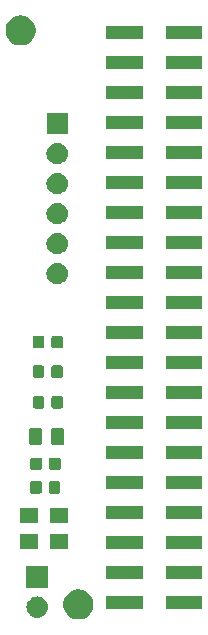
<source format=gbs>
%TF.GenerationSoftware,KiCad,Pcbnew,5.0.2-bee76a0~70~ubuntu18.04.1*%
%TF.CreationDate,2019-03-26T11:43:16+00:00*%
%TF.ProjectId,enclustra_clockpcb,656e636c-7573-4747-9261-5f636c6f636b,rev?*%
%TF.SameCoordinates,Original*%
%TF.FileFunction,Soldermask,Bot*%
%TF.FilePolarity,Negative*%
%FSLAX46Y46*%
G04 Gerber Fmt 4.6, Leading zero omitted, Abs format (unit mm)*
G04 Created by KiCad (PCBNEW 5.0.2-bee76a0~70~ubuntu18.04.1) date Tue 26 Mar 2019 11:43:16 GMT*
%MOMM*%
%LPD*%
G01*
G04 APERTURE LIST*
%ADD10C,0.100000*%
G04 APERTURE END LIST*
D10*
G36*
X103947765Y-126654403D02*
X104070445Y-126678805D01*
X104301571Y-126774541D01*
X104509581Y-126913529D01*
X104686471Y-127090419D01*
X104686473Y-127090422D01*
X104825459Y-127298429D01*
X104921195Y-127529555D01*
X104970000Y-127774916D01*
X104970000Y-128025084D01*
X104921195Y-128270445D01*
X104892453Y-128339833D01*
X104825459Y-128501571D01*
X104686471Y-128709581D01*
X104509581Y-128886471D01*
X104509578Y-128886473D01*
X104301571Y-129025459D01*
X104070445Y-129121195D01*
X103947765Y-129145597D01*
X103825086Y-129170000D01*
X103574914Y-129170000D01*
X103452235Y-129145597D01*
X103329555Y-129121195D01*
X103098429Y-129025459D01*
X102890422Y-128886473D01*
X102890419Y-128886471D01*
X102713529Y-128709581D01*
X102574541Y-128501571D01*
X102507547Y-128339833D01*
X102478805Y-128270445D01*
X102430000Y-128025084D01*
X102430000Y-127774916D01*
X102478805Y-127529555D01*
X102574541Y-127298429D01*
X102713527Y-127090422D01*
X102713529Y-127090419D01*
X102890419Y-126913529D01*
X103098429Y-126774541D01*
X103329555Y-126678805D01*
X103452235Y-126654403D01*
X103574914Y-126630000D01*
X103825086Y-126630000D01*
X103947765Y-126654403D01*
X103947765Y-126654403D01*
G37*
G36*
X100310442Y-127245518D02*
X100376627Y-127252037D01*
X100489853Y-127286384D01*
X100546467Y-127303557D01*
X100685087Y-127377652D01*
X100702991Y-127387222D01*
X100738729Y-127416552D01*
X100840186Y-127499814D01*
X100923448Y-127601271D01*
X100952778Y-127637009D01*
X100952779Y-127637011D01*
X101036443Y-127793533D01*
X101036443Y-127793534D01*
X101087963Y-127963373D01*
X101105359Y-128140000D01*
X101087963Y-128316627D01*
X101053616Y-128429853D01*
X101036443Y-128486467D01*
X100962348Y-128625087D01*
X100952778Y-128642991D01*
X100923448Y-128678729D01*
X100840186Y-128780186D01*
X100738729Y-128863448D01*
X100702991Y-128892778D01*
X100702989Y-128892779D01*
X100546467Y-128976443D01*
X100489853Y-128993616D01*
X100376627Y-129027963D01*
X100310442Y-129034482D01*
X100244260Y-129041000D01*
X100155740Y-129041000D01*
X100089558Y-129034482D01*
X100023373Y-129027963D01*
X99910147Y-128993616D01*
X99853533Y-128976443D01*
X99697011Y-128892779D01*
X99697009Y-128892778D01*
X99661271Y-128863448D01*
X99559814Y-128780186D01*
X99476552Y-128678729D01*
X99447222Y-128642991D01*
X99437652Y-128625087D01*
X99363557Y-128486467D01*
X99346384Y-128429853D01*
X99312037Y-128316627D01*
X99294641Y-128140000D01*
X99312037Y-127963373D01*
X99363557Y-127793534D01*
X99363557Y-127793533D01*
X99447221Y-127637011D01*
X99447222Y-127637009D01*
X99476552Y-127601271D01*
X99559814Y-127499814D01*
X99661271Y-127416552D01*
X99697009Y-127387222D01*
X99714913Y-127377652D01*
X99853533Y-127303557D01*
X99910147Y-127286384D01*
X100023373Y-127252037D01*
X100089558Y-127245518D01*
X100155740Y-127239000D01*
X100244260Y-127239000D01*
X100310442Y-127245518D01*
X100310442Y-127245518D01*
G37*
G36*
X109156001Y-128339833D02*
X106054001Y-128339833D01*
X106054001Y-127237833D01*
X109156001Y-127237833D01*
X109156001Y-128339833D01*
X109156001Y-128339833D01*
G37*
G36*
X114196001Y-128339833D02*
X111094001Y-128339833D01*
X111094001Y-127237833D01*
X114196001Y-127237833D01*
X114196001Y-128339833D01*
X114196001Y-128339833D01*
G37*
G36*
X101101000Y-126501000D02*
X99299000Y-126501000D01*
X99299000Y-124699000D01*
X101101000Y-124699000D01*
X101101000Y-126501000D01*
X101101000Y-126501000D01*
G37*
G36*
X114196001Y-125799833D02*
X111094001Y-125799833D01*
X111094001Y-124697833D01*
X114196001Y-124697833D01*
X114196001Y-125799833D01*
X114196001Y-125799833D01*
G37*
G36*
X109156001Y-125799833D02*
X106054001Y-125799833D01*
X106054001Y-124697833D01*
X109156001Y-124697833D01*
X109156001Y-125799833D01*
X109156001Y-125799833D01*
G37*
G36*
X114196001Y-123259833D02*
X111094001Y-123259833D01*
X111094001Y-122157833D01*
X114196001Y-122157833D01*
X114196001Y-123259833D01*
X114196001Y-123259833D01*
G37*
G36*
X109156001Y-123259833D02*
X106054001Y-123259833D01*
X106054001Y-122157833D01*
X109156001Y-122157833D01*
X109156001Y-123259833D01*
X109156001Y-123259833D01*
G37*
G36*
X102821000Y-123251000D02*
X101319000Y-123251000D01*
X101319000Y-121949000D01*
X102821000Y-121949000D01*
X102821000Y-123251000D01*
X102821000Y-123251000D01*
G37*
G36*
X100281000Y-123251000D02*
X98779000Y-123251000D01*
X98779000Y-121949000D01*
X100281000Y-121949000D01*
X100281000Y-123251000D01*
X100281000Y-123251000D01*
G37*
G36*
X102821000Y-121051000D02*
X101319000Y-121051000D01*
X101319000Y-119749000D01*
X102821000Y-119749000D01*
X102821000Y-121051000D01*
X102821000Y-121051000D01*
G37*
G36*
X100281000Y-121051000D02*
X98779000Y-121051000D01*
X98779000Y-119749000D01*
X100281000Y-119749000D01*
X100281000Y-121051000D01*
X100281000Y-121051000D01*
G37*
G36*
X109156001Y-120719833D02*
X106054001Y-120719833D01*
X106054001Y-119617833D01*
X109156001Y-119617833D01*
X109156001Y-120719833D01*
X109156001Y-120719833D01*
G37*
G36*
X114196001Y-120719833D02*
X111094001Y-120719833D01*
X111094001Y-119617833D01*
X114196001Y-119617833D01*
X114196001Y-120719833D01*
X114196001Y-120719833D01*
G37*
G36*
X102017091Y-117478085D02*
X102051069Y-117488393D01*
X102082387Y-117505133D01*
X102109839Y-117527661D01*
X102132367Y-117555113D01*
X102149107Y-117586431D01*
X102159415Y-117620409D01*
X102163500Y-117661890D01*
X102163500Y-118338110D01*
X102159415Y-118379591D01*
X102149107Y-118413569D01*
X102132367Y-118444887D01*
X102109839Y-118472339D01*
X102082387Y-118494867D01*
X102051069Y-118511607D01*
X102017091Y-118521915D01*
X101975610Y-118526000D01*
X101374390Y-118526000D01*
X101332909Y-118521915D01*
X101298931Y-118511607D01*
X101267613Y-118494867D01*
X101240161Y-118472339D01*
X101217633Y-118444887D01*
X101200893Y-118413569D01*
X101190585Y-118379591D01*
X101186500Y-118338110D01*
X101186500Y-117661890D01*
X101190585Y-117620409D01*
X101200893Y-117586431D01*
X101217633Y-117555113D01*
X101240161Y-117527661D01*
X101267613Y-117505133D01*
X101298931Y-117488393D01*
X101332909Y-117478085D01*
X101374390Y-117474000D01*
X101975610Y-117474000D01*
X102017091Y-117478085D01*
X102017091Y-117478085D01*
G37*
G36*
X100442091Y-117478085D02*
X100476069Y-117488393D01*
X100507387Y-117505133D01*
X100534839Y-117527661D01*
X100557367Y-117555113D01*
X100574107Y-117586431D01*
X100584415Y-117620409D01*
X100588500Y-117661890D01*
X100588500Y-118338110D01*
X100584415Y-118379591D01*
X100574107Y-118413569D01*
X100557367Y-118444887D01*
X100534839Y-118472339D01*
X100507387Y-118494867D01*
X100476069Y-118511607D01*
X100442091Y-118521915D01*
X100400610Y-118526000D01*
X99799390Y-118526000D01*
X99757909Y-118521915D01*
X99723931Y-118511607D01*
X99692613Y-118494867D01*
X99665161Y-118472339D01*
X99642633Y-118444887D01*
X99625893Y-118413569D01*
X99615585Y-118379591D01*
X99611500Y-118338110D01*
X99611500Y-117661890D01*
X99615585Y-117620409D01*
X99625893Y-117586431D01*
X99642633Y-117555113D01*
X99665161Y-117527661D01*
X99692613Y-117505133D01*
X99723931Y-117488393D01*
X99757909Y-117478085D01*
X99799390Y-117474000D01*
X100400610Y-117474000D01*
X100442091Y-117478085D01*
X100442091Y-117478085D01*
G37*
G36*
X109156001Y-118179833D02*
X106054001Y-118179833D01*
X106054001Y-117077833D01*
X109156001Y-117077833D01*
X109156001Y-118179833D01*
X109156001Y-118179833D01*
G37*
G36*
X114196001Y-118179833D02*
X111094001Y-118179833D01*
X111094001Y-117077833D01*
X114196001Y-117077833D01*
X114196001Y-118179833D01*
X114196001Y-118179833D01*
G37*
G36*
X100467091Y-115478085D02*
X100501069Y-115488393D01*
X100532387Y-115505133D01*
X100559839Y-115527661D01*
X100582367Y-115555113D01*
X100599107Y-115586431D01*
X100609415Y-115620409D01*
X100613500Y-115661890D01*
X100613500Y-116338110D01*
X100609415Y-116379591D01*
X100599107Y-116413569D01*
X100582367Y-116444887D01*
X100559839Y-116472339D01*
X100532387Y-116494867D01*
X100501069Y-116511607D01*
X100467091Y-116521915D01*
X100425610Y-116526000D01*
X99824390Y-116526000D01*
X99782909Y-116521915D01*
X99748931Y-116511607D01*
X99717613Y-116494867D01*
X99690161Y-116472339D01*
X99667633Y-116444887D01*
X99650893Y-116413569D01*
X99640585Y-116379591D01*
X99636500Y-116338110D01*
X99636500Y-115661890D01*
X99640585Y-115620409D01*
X99650893Y-115586431D01*
X99667633Y-115555113D01*
X99690161Y-115527661D01*
X99717613Y-115505133D01*
X99748931Y-115488393D01*
X99782909Y-115478085D01*
X99824390Y-115474000D01*
X100425610Y-115474000D01*
X100467091Y-115478085D01*
X100467091Y-115478085D01*
G37*
G36*
X102042091Y-115478085D02*
X102076069Y-115488393D01*
X102107387Y-115505133D01*
X102134839Y-115527661D01*
X102157367Y-115555113D01*
X102174107Y-115586431D01*
X102184415Y-115620409D01*
X102188500Y-115661890D01*
X102188500Y-116338110D01*
X102184415Y-116379591D01*
X102174107Y-116413569D01*
X102157367Y-116444887D01*
X102134839Y-116472339D01*
X102107387Y-116494867D01*
X102076069Y-116511607D01*
X102042091Y-116521915D01*
X102000610Y-116526000D01*
X101399390Y-116526000D01*
X101357909Y-116521915D01*
X101323931Y-116511607D01*
X101292613Y-116494867D01*
X101265161Y-116472339D01*
X101242633Y-116444887D01*
X101225893Y-116413569D01*
X101215585Y-116379591D01*
X101211500Y-116338110D01*
X101211500Y-115661890D01*
X101215585Y-115620409D01*
X101225893Y-115586431D01*
X101242633Y-115555113D01*
X101265161Y-115527661D01*
X101292613Y-115505133D01*
X101323931Y-115488393D01*
X101357909Y-115478085D01*
X101399390Y-115474000D01*
X102000610Y-115474000D01*
X102042091Y-115478085D01*
X102042091Y-115478085D01*
G37*
G36*
X109156001Y-115639833D02*
X106054001Y-115639833D01*
X106054001Y-114537833D01*
X109156001Y-114537833D01*
X109156001Y-115639833D01*
X109156001Y-115639833D01*
G37*
G36*
X114196001Y-115639833D02*
X111094001Y-115639833D01*
X111094001Y-114537833D01*
X114196001Y-114537833D01*
X114196001Y-115639833D01*
X114196001Y-115639833D01*
G37*
G36*
X102309466Y-112953565D02*
X102348137Y-112965296D01*
X102383779Y-112984348D01*
X102415017Y-113009983D01*
X102440652Y-113041221D01*
X102459704Y-113076863D01*
X102471435Y-113115534D01*
X102476000Y-113161888D01*
X102476000Y-114238112D01*
X102471435Y-114284466D01*
X102459704Y-114323137D01*
X102440652Y-114358779D01*
X102415017Y-114390017D01*
X102383779Y-114415652D01*
X102348137Y-114434704D01*
X102309466Y-114446435D01*
X102263112Y-114451000D01*
X101611888Y-114451000D01*
X101565534Y-114446435D01*
X101526863Y-114434704D01*
X101491221Y-114415652D01*
X101459983Y-114390017D01*
X101434348Y-114358779D01*
X101415296Y-114323137D01*
X101403565Y-114284466D01*
X101399000Y-114238112D01*
X101399000Y-113161888D01*
X101403565Y-113115534D01*
X101415296Y-113076863D01*
X101434348Y-113041221D01*
X101459983Y-113009983D01*
X101491221Y-112984348D01*
X101526863Y-112965296D01*
X101565534Y-112953565D01*
X101611888Y-112949000D01*
X102263112Y-112949000D01*
X102309466Y-112953565D01*
X102309466Y-112953565D01*
G37*
G36*
X100434466Y-112953565D02*
X100473137Y-112965296D01*
X100508779Y-112984348D01*
X100540017Y-113009983D01*
X100565652Y-113041221D01*
X100584704Y-113076863D01*
X100596435Y-113115534D01*
X100601000Y-113161888D01*
X100601000Y-114238112D01*
X100596435Y-114284466D01*
X100584704Y-114323137D01*
X100565652Y-114358779D01*
X100540017Y-114390017D01*
X100508779Y-114415652D01*
X100473137Y-114434704D01*
X100434466Y-114446435D01*
X100388112Y-114451000D01*
X99736888Y-114451000D01*
X99690534Y-114446435D01*
X99651863Y-114434704D01*
X99616221Y-114415652D01*
X99584983Y-114390017D01*
X99559348Y-114358779D01*
X99540296Y-114323137D01*
X99528565Y-114284466D01*
X99524000Y-114238112D01*
X99524000Y-113161888D01*
X99528565Y-113115534D01*
X99540296Y-113076863D01*
X99559348Y-113041221D01*
X99584983Y-113009983D01*
X99616221Y-112984348D01*
X99651863Y-112965296D01*
X99690534Y-112953565D01*
X99736888Y-112949000D01*
X100388112Y-112949000D01*
X100434466Y-112953565D01*
X100434466Y-112953565D01*
G37*
G36*
X114196001Y-113099833D02*
X111094001Y-113099833D01*
X111094001Y-111997833D01*
X114196001Y-111997833D01*
X114196001Y-113099833D01*
X114196001Y-113099833D01*
G37*
G36*
X109156001Y-113099833D02*
X106054001Y-113099833D01*
X106054001Y-111997833D01*
X109156001Y-111997833D01*
X109156001Y-113099833D01*
X109156001Y-113099833D01*
G37*
G36*
X100667091Y-110278085D02*
X100701069Y-110288393D01*
X100732387Y-110305133D01*
X100759839Y-110327661D01*
X100782367Y-110355113D01*
X100799107Y-110386431D01*
X100809415Y-110420409D01*
X100813500Y-110461890D01*
X100813500Y-111138110D01*
X100809415Y-111179591D01*
X100799107Y-111213569D01*
X100782367Y-111244887D01*
X100759839Y-111272339D01*
X100732387Y-111294867D01*
X100701069Y-111311607D01*
X100667091Y-111321915D01*
X100625610Y-111326000D01*
X100024390Y-111326000D01*
X99982909Y-111321915D01*
X99948931Y-111311607D01*
X99917613Y-111294867D01*
X99890161Y-111272339D01*
X99867633Y-111244887D01*
X99850893Y-111213569D01*
X99840585Y-111179591D01*
X99836500Y-111138110D01*
X99836500Y-110461890D01*
X99840585Y-110420409D01*
X99850893Y-110386431D01*
X99867633Y-110355113D01*
X99890161Y-110327661D01*
X99917613Y-110305133D01*
X99948931Y-110288393D01*
X99982909Y-110278085D01*
X100024390Y-110274000D01*
X100625610Y-110274000D01*
X100667091Y-110278085D01*
X100667091Y-110278085D01*
G37*
G36*
X102242091Y-110278085D02*
X102276069Y-110288393D01*
X102307387Y-110305133D01*
X102334839Y-110327661D01*
X102357367Y-110355113D01*
X102374107Y-110386431D01*
X102384415Y-110420409D01*
X102388500Y-110461890D01*
X102388500Y-111138110D01*
X102384415Y-111179591D01*
X102374107Y-111213569D01*
X102357367Y-111244887D01*
X102334839Y-111272339D01*
X102307387Y-111294867D01*
X102276069Y-111311607D01*
X102242091Y-111321915D01*
X102200610Y-111326000D01*
X101599390Y-111326000D01*
X101557909Y-111321915D01*
X101523931Y-111311607D01*
X101492613Y-111294867D01*
X101465161Y-111272339D01*
X101442633Y-111244887D01*
X101425893Y-111213569D01*
X101415585Y-111179591D01*
X101411500Y-111138110D01*
X101411500Y-110461890D01*
X101415585Y-110420409D01*
X101425893Y-110386431D01*
X101442633Y-110355113D01*
X101465161Y-110327661D01*
X101492613Y-110305133D01*
X101523931Y-110288393D01*
X101557909Y-110278085D01*
X101599390Y-110274000D01*
X102200610Y-110274000D01*
X102242091Y-110278085D01*
X102242091Y-110278085D01*
G37*
G36*
X109156001Y-110559833D02*
X106054001Y-110559833D01*
X106054001Y-109457833D01*
X109156001Y-109457833D01*
X109156001Y-110559833D01*
X109156001Y-110559833D01*
G37*
G36*
X114196001Y-110559833D02*
X111094001Y-110559833D01*
X111094001Y-109457833D01*
X114196001Y-109457833D01*
X114196001Y-110559833D01*
X114196001Y-110559833D01*
G37*
G36*
X100654591Y-107678085D02*
X100688569Y-107688393D01*
X100719887Y-107705133D01*
X100747339Y-107727661D01*
X100769867Y-107755113D01*
X100786607Y-107786431D01*
X100796915Y-107820409D01*
X100801000Y-107861890D01*
X100801000Y-108538110D01*
X100796915Y-108579591D01*
X100786607Y-108613569D01*
X100769867Y-108644887D01*
X100747339Y-108672339D01*
X100719887Y-108694867D01*
X100688569Y-108711607D01*
X100654591Y-108721915D01*
X100613110Y-108726000D01*
X100011890Y-108726000D01*
X99970409Y-108721915D01*
X99936431Y-108711607D01*
X99905113Y-108694867D01*
X99877661Y-108672339D01*
X99855133Y-108644887D01*
X99838393Y-108613569D01*
X99828085Y-108579591D01*
X99824000Y-108538110D01*
X99824000Y-107861890D01*
X99828085Y-107820409D01*
X99838393Y-107786431D01*
X99855133Y-107755113D01*
X99877661Y-107727661D01*
X99905113Y-107705133D01*
X99936431Y-107688393D01*
X99970409Y-107678085D01*
X100011890Y-107674000D01*
X100613110Y-107674000D01*
X100654591Y-107678085D01*
X100654591Y-107678085D01*
G37*
G36*
X102229591Y-107678085D02*
X102263569Y-107688393D01*
X102294887Y-107705133D01*
X102322339Y-107727661D01*
X102344867Y-107755113D01*
X102361607Y-107786431D01*
X102371915Y-107820409D01*
X102376000Y-107861890D01*
X102376000Y-108538110D01*
X102371915Y-108579591D01*
X102361607Y-108613569D01*
X102344867Y-108644887D01*
X102322339Y-108672339D01*
X102294887Y-108694867D01*
X102263569Y-108711607D01*
X102229591Y-108721915D01*
X102188110Y-108726000D01*
X101586890Y-108726000D01*
X101545409Y-108721915D01*
X101511431Y-108711607D01*
X101480113Y-108694867D01*
X101452661Y-108672339D01*
X101430133Y-108644887D01*
X101413393Y-108613569D01*
X101403085Y-108579591D01*
X101399000Y-108538110D01*
X101399000Y-107861890D01*
X101403085Y-107820409D01*
X101413393Y-107786431D01*
X101430133Y-107755113D01*
X101452661Y-107727661D01*
X101480113Y-107705133D01*
X101511431Y-107688393D01*
X101545409Y-107678085D01*
X101586890Y-107674000D01*
X102188110Y-107674000D01*
X102229591Y-107678085D01*
X102229591Y-107678085D01*
G37*
G36*
X114196001Y-108019833D02*
X111094001Y-108019833D01*
X111094001Y-106917833D01*
X114196001Y-106917833D01*
X114196001Y-108019833D01*
X114196001Y-108019833D01*
G37*
G36*
X109156001Y-108019833D02*
X106054001Y-108019833D01*
X106054001Y-106917833D01*
X109156001Y-106917833D01*
X109156001Y-108019833D01*
X109156001Y-108019833D01*
G37*
G36*
X102242091Y-105178085D02*
X102276069Y-105188393D01*
X102307387Y-105205133D01*
X102334839Y-105227661D01*
X102357367Y-105255113D01*
X102374107Y-105286431D01*
X102384415Y-105320409D01*
X102388500Y-105361890D01*
X102388500Y-106038110D01*
X102384415Y-106079591D01*
X102374107Y-106113569D01*
X102357367Y-106144887D01*
X102334839Y-106172339D01*
X102307387Y-106194867D01*
X102276069Y-106211607D01*
X102242091Y-106221915D01*
X102200610Y-106226000D01*
X101599390Y-106226000D01*
X101557909Y-106221915D01*
X101523931Y-106211607D01*
X101492613Y-106194867D01*
X101465161Y-106172339D01*
X101442633Y-106144887D01*
X101425893Y-106113569D01*
X101415585Y-106079591D01*
X101411500Y-106038110D01*
X101411500Y-105361890D01*
X101415585Y-105320409D01*
X101425893Y-105286431D01*
X101442633Y-105255113D01*
X101465161Y-105227661D01*
X101492613Y-105205133D01*
X101523931Y-105188393D01*
X101557909Y-105178085D01*
X101599390Y-105174000D01*
X102200610Y-105174000D01*
X102242091Y-105178085D01*
X102242091Y-105178085D01*
G37*
G36*
X100667091Y-105178085D02*
X100701069Y-105188393D01*
X100732387Y-105205133D01*
X100759839Y-105227661D01*
X100782367Y-105255113D01*
X100799107Y-105286431D01*
X100809415Y-105320409D01*
X100813500Y-105361890D01*
X100813500Y-106038110D01*
X100809415Y-106079591D01*
X100799107Y-106113569D01*
X100782367Y-106144887D01*
X100759839Y-106172339D01*
X100732387Y-106194867D01*
X100701069Y-106211607D01*
X100667091Y-106221915D01*
X100625610Y-106226000D01*
X100024390Y-106226000D01*
X99982909Y-106221915D01*
X99948931Y-106211607D01*
X99917613Y-106194867D01*
X99890161Y-106172339D01*
X99867633Y-106144887D01*
X99850893Y-106113569D01*
X99840585Y-106079591D01*
X99836500Y-106038110D01*
X99836500Y-105361890D01*
X99840585Y-105320409D01*
X99850893Y-105286431D01*
X99867633Y-105255113D01*
X99890161Y-105227661D01*
X99917613Y-105205133D01*
X99948931Y-105188393D01*
X99982909Y-105178085D01*
X100024390Y-105174000D01*
X100625610Y-105174000D01*
X100667091Y-105178085D01*
X100667091Y-105178085D01*
G37*
G36*
X109156001Y-105479833D02*
X106054001Y-105479833D01*
X106054001Y-104377833D01*
X109156001Y-104377833D01*
X109156001Y-105479833D01*
X109156001Y-105479833D01*
G37*
G36*
X114196001Y-105479833D02*
X111094001Y-105479833D01*
X111094001Y-104377833D01*
X114196001Y-104377833D01*
X114196001Y-105479833D01*
X114196001Y-105479833D01*
G37*
G36*
X109156001Y-102939833D02*
X106054001Y-102939833D01*
X106054001Y-101837833D01*
X109156001Y-101837833D01*
X109156001Y-102939833D01*
X109156001Y-102939833D01*
G37*
G36*
X114196001Y-102939833D02*
X111094001Y-102939833D01*
X111094001Y-101837833D01*
X114196001Y-101837833D01*
X114196001Y-102939833D01*
X114196001Y-102939833D01*
G37*
G36*
X102010443Y-99005519D02*
X102076627Y-99012037D01*
X102189853Y-99046384D01*
X102246467Y-99063557D01*
X102385087Y-99137652D01*
X102402991Y-99147222D01*
X102438729Y-99176552D01*
X102540186Y-99259814D01*
X102623448Y-99361271D01*
X102652778Y-99397009D01*
X102652779Y-99397011D01*
X102736443Y-99553533D01*
X102736443Y-99553534D01*
X102787963Y-99723373D01*
X102805359Y-99900000D01*
X102787963Y-100076627D01*
X102753616Y-100189853D01*
X102736443Y-100246467D01*
X102662348Y-100385087D01*
X102652778Y-100402991D01*
X102623448Y-100438729D01*
X102540186Y-100540186D01*
X102438729Y-100623448D01*
X102402991Y-100652778D01*
X102402989Y-100652779D01*
X102246467Y-100736443D01*
X102189853Y-100753616D01*
X102076627Y-100787963D01*
X102010442Y-100794482D01*
X101944260Y-100801000D01*
X101855740Y-100801000D01*
X101789558Y-100794482D01*
X101723373Y-100787963D01*
X101610147Y-100753616D01*
X101553533Y-100736443D01*
X101397011Y-100652779D01*
X101397009Y-100652778D01*
X101361271Y-100623448D01*
X101259814Y-100540186D01*
X101176552Y-100438729D01*
X101147222Y-100402991D01*
X101137652Y-100385087D01*
X101063557Y-100246467D01*
X101046384Y-100189853D01*
X101012037Y-100076627D01*
X100994641Y-99900000D01*
X101012037Y-99723373D01*
X101063557Y-99553534D01*
X101063557Y-99553533D01*
X101147221Y-99397011D01*
X101147222Y-99397009D01*
X101176552Y-99361271D01*
X101259814Y-99259814D01*
X101361271Y-99176552D01*
X101397009Y-99147222D01*
X101414913Y-99137652D01*
X101553533Y-99063557D01*
X101610147Y-99046384D01*
X101723373Y-99012037D01*
X101789557Y-99005519D01*
X101855740Y-98999000D01*
X101944260Y-98999000D01*
X102010443Y-99005519D01*
X102010443Y-99005519D01*
G37*
G36*
X109156001Y-100399833D02*
X106054001Y-100399833D01*
X106054001Y-99297833D01*
X109156001Y-99297833D01*
X109156001Y-100399833D01*
X109156001Y-100399833D01*
G37*
G36*
X114196001Y-100399833D02*
X111094001Y-100399833D01*
X111094001Y-99297833D01*
X114196001Y-99297833D01*
X114196001Y-100399833D01*
X114196001Y-100399833D01*
G37*
G36*
X102010442Y-96465518D02*
X102076627Y-96472037D01*
X102189853Y-96506384D01*
X102246467Y-96523557D01*
X102385087Y-96597652D01*
X102402991Y-96607222D01*
X102438729Y-96636552D01*
X102540186Y-96719814D01*
X102623448Y-96821271D01*
X102652778Y-96857009D01*
X102652779Y-96857011D01*
X102736443Y-97013533D01*
X102736443Y-97013534D01*
X102787963Y-97183373D01*
X102805359Y-97360000D01*
X102787963Y-97536627D01*
X102753616Y-97649853D01*
X102736443Y-97706467D01*
X102662348Y-97845087D01*
X102652778Y-97862991D01*
X102623448Y-97898729D01*
X102540186Y-98000186D01*
X102438729Y-98083448D01*
X102402991Y-98112778D01*
X102402989Y-98112779D01*
X102246467Y-98196443D01*
X102189853Y-98213616D01*
X102076627Y-98247963D01*
X102010442Y-98254482D01*
X101944260Y-98261000D01*
X101855740Y-98261000D01*
X101789557Y-98254481D01*
X101723373Y-98247963D01*
X101610147Y-98213616D01*
X101553533Y-98196443D01*
X101397011Y-98112779D01*
X101397009Y-98112778D01*
X101361271Y-98083448D01*
X101259814Y-98000186D01*
X101176552Y-97898729D01*
X101147222Y-97862991D01*
X101137652Y-97845087D01*
X101063557Y-97706467D01*
X101046384Y-97649853D01*
X101012037Y-97536627D01*
X100994641Y-97360000D01*
X101012037Y-97183373D01*
X101063557Y-97013534D01*
X101063557Y-97013533D01*
X101147221Y-96857011D01*
X101147222Y-96857009D01*
X101176552Y-96821271D01*
X101259814Y-96719814D01*
X101361271Y-96636552D01*
X101397009Y-96607222D01*
X101414913Y-96597652D01*
X101553533Y-96523557D01*
X101610147Y-96506384D01*
X101723373Y-96472037D01*
X101789558Y-96465518D01*
X101855740Y-96459000D01*
X101944260Y-96459000D01*
X102010442Y-96465518D01*
X102010442Y-96465518D01*
G37*
G36*
X114196001Y-97859833D02*
X111094001Y-97859833D01*
X111094001Y-96757833D01*
X114196001Y-96757833D01*
X114196001Y-97859833D01*
X114196001Y-97859833D01*
G37*
G36*
X109156001Y-97859833D02*
X106054001Y-97859833D01*
X106054001Y-96757833D01*
X109156001Y-96757833D01*
X109156001Y-97859833D01*
X109156001Y-97859833D01*
G37*
G36*
X102010443Y-93925519D02*
X102076627Y-93932037D01*
X102189853Y-93966384D01*
X102246467Y-93983557D01*
X102385087Y-94057652D01*
X102402991Y-94067222D01*
X102438729Y-94096552D01*
X102540186Y-94179814D01*
X102623448Y-94281271D01*
X102652778Y-94317009D01*
X102652779Y-94317011D01*
X102736443Y-94473533D01*
X102736443Y-94473534D01*
X102787963Y-94643373D01*
X102805359Y-94820000D01*
X102787963Y-94996627D01*
X102753616Y-95109853D01*
X102736443Y-95166467D01*
X102662348Y-95305087D01*
X102652778Y-95322991D01*
X102623448Y-95358729D01*
X102540186Y-95460186D01*
X102438729Y-95543448D01*
X102402991Y-95572778D01*
X102402989Y-95572779D01*
X102246467Y-95656443D01*
X102189853Y-95673616D01*
X102076627Y-95707963D01*
X102010442Y-95714482D01*
X101944260Y-95721000D01*
X101855740Y-95721000D01*
X101789558Y-95714482D01*
X101723373Y-95707963D01*
X101610147Y-95673616D01*
X101553533Y-95656443D01*
X101397011Y-95572779D01*
X101397009Y-95572778D01*
X101361271Y-95543448D01*
X101259814Y-95460186D01*
X101176552Y-95358729D01*
X101147222Y-95322991D01*
X101137652Y-95305087D01*
X101063557Y-95166467D01*
X101046384Y-95109853D01*
X101012037Y-94996627D01*
X100994641Y-94820000D01*
X101012037Y-94643373D01*
X101063557Y-94473534D01*
X101063557Y-94473533D01*
X101147221Y-94317011D01*
X101147222Y-94317009D01*
X101176552Y-94281271D01*
X101259814Y-94179814D01*
X101361271Y-94096552D01*
X101397009Y-94067222D01*
X101414913Y-94057652D01*
X101553533Y-93983557D01*
X101610147Y-93966384D01*
X101723373Y-93932037D01*
X101789557Y-93925519D01*
X101855740Y-93919000D01*
X101944260Y-93919000D01*
X102010443Y-93925519D01*
X102010443Y-93925519D01*
G37*
G36*
X114196001Y-95319833D02*
X111094001Y-95319833D01*
X111094001Y-94217833D01*
X114196001Y-94217833D01*
X114196001Y-95319833D01*
X114196001Y-95319833D01*
G37*
G36*
X109156001Y-95319833D02*
X106054001Y-95319833D01*
X106054001Y-94217833D01*
X109156001Y-94217833D01*
X109156001Y-95319833D01*
X109156001Y-95319833D01*
G37*
G36*
X102010442Y-91385518D02*
X102076627Y-91392037D01*
X102189853Y-91426384D01*
X102246467Y-91443557D01*
X102385087Y-91517652D01*
X102402991Y-91527222D01*
X102438729Y-91556552D01*
X102540186Y-91639814D01*
X102623448Y-91741271D01*
X102652778Y-91777009D01*
X102652779Y-91777011D01*
X102736443Y-91933533D01*
X102736443Y-91933534D01*
X102787963Y-92103373D01*
X102805359Y-92280000D01*
X102787963Y-92456627D01*
X102753616Y-92569853D01*
X102736443Y-92626467D01*
X102662348Y-92765087D01*
X102652778Y-92782991D01*
X102623448Y-92818729D01*
X102540186Y-92920186D01*
X102438729Y-93003448D01*
X102402991Y-93032778D01*
X102402989Y-93032779D01*
X102246467Y-93116443D01*
X102189853Y-93133616D01*
X102076627Y-93167963D01*
X102010442Y-93174482D01*
X101944260Y-93181000D01*
X101855740Y-93181000D01*
X101789558Y-93174482D01*
X101723373Y-93167963D01*
X101610147Y-93133616D01*
X101553533Y-93116443D01*
X101397011Y-93032779D01*
X101397009Y-93032778D01*
X101361271Y-93003448D01*
X101259814Y-92920186D01*
X101176552Y-92818729D01*
X101147222Y-92782991D01*
X101137652Y-92765087D01*
X101063557Y-92626467D01*
X101046384Y-92569853D01*
X101012037Y-92456627D01*
X100994641Y-92280000D01*
X101012037Y-92103373D01*
X101063557Y-91933534D01*
X101063557Y-91933533D01*
X101147221Y-91777011D01*
X101147222Y-91777009D01*
X101176552Y-91741271D01*
X101259814Y-91639814D01*
X101361271Y-91556552D01*
X101397009Y-91527222D01*
X101414913Y-91517652D01*
X101553533Y-91443557D01*
X101610147Y-91426384D01*
X101723373Y-91392037D01*
X101789558Y-91385518D01*
X101855740Y-91379000D01*
X101944260Y-91379000D01*
X102010442Y-91385518D01*
X102010442Y-91385518D01*
G37*
G36*
X114196001Y-92779833D02*
X111094001Y-92779833D01*
X111094001Y-91677833D01*
X114196001Y-91677833D01*
X114196001Y-92779833D01*
X114196001Y-92779833D01*
G37*
G36*
X109156001Y-92779833D02*
X106054001Y-92779833D01*
X106054001Y-91677833D01*
X109156001Y-91677833D01*
X109156001Y-92779833D01*
X109156001Y-92779833D01*
G37*
G36*
X102010442Y-88845518D02*
X102076627Y-88852037D01*
X102189853Y-88886384D01*
X102246467Y-88903557D01*
X102385087Y-88977652D01*
X102402991Y-88987222D01*
X102438729Y-89016552D01*
X102540186Y-89099814D01*
X102623448Y-89201271D01*
X102652778Y-89237009D01*
X102652779Y-89237011D01*
X102736443Y-89393533D01*
X102736443Y-89393534D01*
X102787963Y-89563373D01*
X102805359Y-89740000D01*
X102787963Y-89916627D01*
X102753616Y-90029853D01*
X102736443Y-90086467D01*
X102662348Y-90225087D01*
X102652778Y-90242991D01*
X102623448Y-90278729D01*
X102540186Y-90380186D01*
X102438729Y-90463448D01*
X102402991Y-90492778D01*
X102402989Y-90492779D01*
X102246467Y-90576443D01*
X102189853Y-90593616D01*
X102076627Y-90627963D01*
X102010443Y-90634481D01*
X101944260Y-90641000D01*
X101855740Y-90641000D01*
X101789557Y-90634481D01*
X101723373Y-90627963D01*
X101610147Y-90593616D01*
X101553533Y-90576443D01*
X101397011Y-90492779D01*
X101397009Y-90492778D01*
X101361271Y-90463448D01*
X101259814Y-90380186D01*
X101176552Y-90278729D01*
X101147222Y-90242991D01*
X101137652Y-90225087D01*
X101063557Y-90086467D01*
X101046384Y-90029853D01*
X101012037Y-89916627D01*
X100994641Y-89740000D01*
X101012037Y-89563373D01*
X101063557Y-89393534D01*
X101063557Y-89393533D01*
X101147221Y-89237011D01*
X101147222Y-89237009D01*
X101176552Y-89201271D01*
X101259814Y-89099814D01*
X101361271Y-89016552D01*
X101397009Y-88987222D01*
X101414913Y-88977652D01*
X101553533Y-88903557D01*
X101610147Y-88886384D01*
X101723373Y-88852037D01*
X101789558Y-88845518D01*
X101855740Y-88839000D01*
X101944260Y-88839000D01*
X102010442Y-88845518D01*
X102010442Y-88845518D01*
G37*
G36*
X114196001Y-90239833D02*
X111094001Y-90239833D01*
X111094001Y-89137833D01*
X114196001Y-89137833D01*
X114196001Y-90239833D01*
X114196001Y-90239833D01*
G37*
G36*
X109156001Y-90239833D02*
X106054001Y-90239833D01*
X106054001Y-89137833D01*
X109156001Y-89137833D01*
X109156001Y-90239833D01*
X109156001Y-90239833D01*
G37*
G36*
X102801000Y-88101000D02*
X100999000Y-88101000D01*
X100999000Y-86299000D01*
X102801000Y-86299000D01*
X102801000Y-88101000D01*
X102801000Y-88101000D01*
G37*
G36*
X109156001Y-87699833D02*
X106054001Y-87699833D01*
X106054001Y-86597833D01*
X109156001Y-86597833D01*
X109156001Y-87699833D01*
X109156001Y-87699833D01*
G37*
G36*
X114196001Y-87699833D02*
X111094001Y-87699833D01*
X111094001Y-86597833D01*
X114196001Y-86597833D01*
X114196001Y-87699833D01*
X114196001Y-87699833D01*
G37*
G36*
X114196001Y-85159833D02*
X111094001Y-85159833D01*
X111094001Y-84057833D01*
X114196001Y-84057833D01*
X114196001Y-85159833D01*
X114196001Y-85159833D01*
G37*
G36*
X109156001Y-85159833D02*
X106054001Y-85159833D01*
X106054001Y-84057833D01*
X109156001Y-84057833D01*
X109156001Y-85159833D01*
X109156001Y-85159833D01*
G37*
G36*
X109156001Y-82619833D02*
X106054001Y-82619833D01*
X106054001Y-81517833D01*
X109156001Y-81517833D01*
X109156001Y-82619833D01*
X109156001Y-82619833D01*
G37*
G36*
X114196001Y-82619833D02*
X111094001Y-82619833D01*
X111094001Y-81517833D01*
X114196001Y-81517833D01*
X114196001Y-82619833D01*
X114196001Y-82619833D01*
G37*
G36*
X99047764Y-78054402D02*
X99170445Y-78078805D01*
X99401571Y-78174541D01*
X99609581Y-78313529D01*
X99786471Y-78490419D01*
X99786473Y-78490422D01*
X99925459Y-78698429D01*
X100021195Y-78929555D01*
X100070000Y-79174916D01*
X100070000Y-79425084D01*
X100021195Y-79670445D01*
X99925459Y-79901571D01*
X99786471Y-80109581D01*
X99609581Y-80286471D01*
X99609578Y-80286473D01*
X99401571Y-80425459D01*
X99170445Y-80521195D01*
X99047764Y-80545598D01*
X98925086Y-80570000D01*
X98674914Y-80570000D01*
X98552236Y-80545598D01*
X98429555Y-80521195D01*
X98198429Y-80425459D01*
X97990422Y-80286473D01*
X97990419Y-80286471D01*
X97813529Y-80109581D01*
X97674541Y-79901571D01*
X97578805Y-79670445D01*
X97530000Y-79425084D01*
X97530000Y-79174916D01*
X97578805Y-78929555D01*
X97674541Y-78698429D01*
X97813527Y-78490422D01*
X97813529Y-78490419D01*
X97990419Y-78313529D01*
X98198429Y-78174541D01*
X98429555Y-78078805D01*
X98552236Y-78054402D01*
X98674914Y-78030000D01*
X98925086Y-78030000D01*
X99047764Y-78054402D01*
X99047764Y-78054402D01*
G37*
G36*
X109156001Y-80079833D02*
X106054001Y-80079833D01*
X106054001Y-78977833D01*
X109156001Y-78977833D01*
X109156001Y-80079833D01*
X109156001Y-80079833D01*
G37*
G36*
X114196001Y-80079833D02*
X111094001Y-80079833D01*
X111094001Y-78977833D01*
X114196001Y-78977833D01*
X114196001Y-80079833D01*
X114196001Y-80079833D01*
G37*
M02*

</source>
